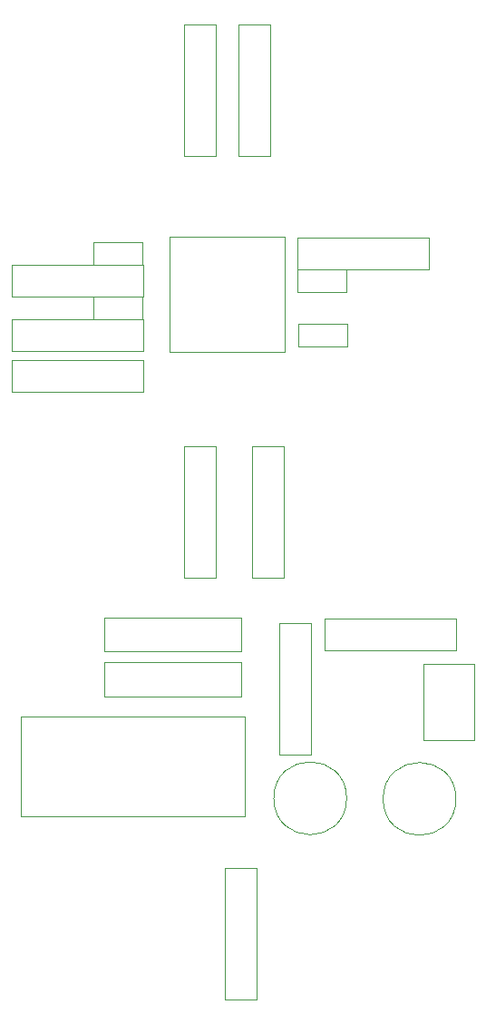
<source format=gbr>
%TF.GenerationSoftware,KiCad,Pcbnew,(5.1.9)-1*%
%TF.CreationDate,2021-08-22T20:59:49+01:00*%
%TF.ProjectId,KOSMOS Simple Mixer,4b4f534d-4f53-4205-9369-6d706c65204d,rev?*%
%TF.SameCoordinates,Original*%
%TF.FileFunction,Other,User*%
%FSLAX46Y46*%
G04 Gerber Fmt 4.6, Leading zero omitted, Abs format (unit mm)*
G04 Created by KiCad (PCBNEW (5.1.9)-1) date 2021-08-22 20:59:49*
%MOMM*%
%LPD*%
G01*
G04 APERTURE LIST*
%ADD10C,0.050000*%
G04 APERTURE END LIST*
D10*
%TO.C,C1*%
X47210000Y-55660000D02*
X47210000Y-53560000D01*
X47210000Y-53560000D02*
X51810000Y-53560000D01*
X51810000Y-53560000D02*
X51810000Y-55660000D01*
X51810000Y-55660000D02*
X47210000Y-55660000D01*
%TO.C,C2*%
X28160000Y-58200000D02*
X28160000Y-56100000D01*
X28160000Y-56100000D02*
X32760000Y-56100000D01*
X32760000Y-56100000D02*
X32760000Y-58200000D01*
X32760000Y-58200000D02*
X28160000Y-58200000D01*
%TO.C,C3*%
X51800000Y-102930000D02*
G75*
G03*
X51800000Y-102930000I-3400000J0D01*
G01*
%TO.C,C4*%
X62010000Y-102990000D02*
G75*
G03*
X62010000Y-102990000I-3400000J0D01*
G01*
%TO.C,C5*%
X32760000Y-53120000D02*
X28160000Y-53120000D01*
X32760000Y-51020000D02*
X32760000Y-53120000D01*
X28160000Y-51020000D02*
X32760000Y-51020000D01*
X28160000Y-53120000D02*
X28160000Y-51020000D01*
%TO.C,C6*%
X47250000Y-58640000D02*
X51850000Y-58640000D01*
X47250000Y-60740000D02*
X47250000Y-58640000D01*
X51850000Y-60740000D02*
X47250000Y-60740000D01*
X51850000Y-58640000D02*
X51850000Y-60740000D01*
%TO.C,D1*%
X29130000Y-90230000D02*
X41990000Y-90230000D01*
X29130000Y-93430000D02*
X29130000Y-90230000D01*
X41990000Y-93430000D02*
X29130000Y-93430000D01*
X41990000Y-90230000D02*
X41990000Y-93430000D01*
%TO.C,D2*%
X29130000Y-89230000D02*
X29130000Y-86030000D01*
X29130000Y-86030000D02*
X41990000Y-86030000D01*
X41990000Y-86030000D02*
X41990000Y-89230000D01*
X41990000Y-89230000D02*
X29130000Y-89230000D01*
%TO.C,J2*%
X21400000Y-95280000D02*
X21400000Y-104640000D01*
X42260000Y-95280000D02*
X21400000Y-95280000D01*
X42260000Y-104640000D02*
X42260000Y-95280000D01*
X21400000Y-104640000D02*
X42260000Y-104640000D01*
%TO.C,Q1*%
X63690000Y-97530000D02*
X63690000Y-90430000D01*
X63690000Y-97530000D02*
X58950000Y-97530000D01*
X58950000Y-90430000D02*
X63690000Y-90430000D01*
X58950000Y-90430000D02*
X58950000Y-97530000D01*
%TO.C,R1*%
X39600000Y-42960000D02*
X36600000Y-42960000D01*
X36600000Y-42960000D02*
X36600000Y-30700000D01*
X36600000Y-30700000D02*
X39600000Y-30700000D01*
X39600000Y-30700000D02*
X39600000Y-42960000D01*
%TO.C,R2*%
X44680000Y-42960000D02*
X41680000Y-42960000D01*
X41680000Y-42960000D02*
X41680000Y-30700000D01*
X41680000Y-30700000D02*
X44680000Y-30700000D01*
X44680000Y-30700000D02*
X44680000Y-42960000D01*
%TO.C,R3*%
X36600000Y-82330000D02*
X36600000Y-70070000D01*
X39600000Y-82330000D02*
X36600000Y-82330000D01*
X39600000Y-70070000D02*
X39600000Y-82330000D01*
X36600000Y-70070000D02*
X39600000Y-70070000D01*
%TO.C,R4*%
X42950000Y-82330000D02*
X42950000Y-70070000D01*
X45950000Y-82330000D02*
X42950000Y-82330000D01*
X45950000Y-70070000D02*
X45950000Y-82330000D01*
X42950000Y-70070000D02*
X45950000Y-70070000D01*
%TO.C,R5*%
X40410000Y-109440000D02*
X43410000Y-109440000D01*
X43410000Y-109440000D02*
X43410000Y-121700000D01*
X43410000Y-121700000D02*
X40410000Y-121700000D01*
X40410000Y-121700000D02*
X40410000Y-109440000D01*
%TO.C,R6*%
X62010000Y-86130000D02*
X62010000Y-89130000D01*
X62010000Y-89130000D02*
X49750000Y-89130000D01*
X49750000Y-89130000D02*
X49750000Y-86130000D01*
X49750000Y-86130000D02*
X62010000Y-86130000D01*
%TO.C,R7*%
X59470000Y-53570000D02*
X47210000Y-53570000D01*
X59470000Y-50570000D02*
X59470000Y-53570000D01*
X47210000Y-50570000D02*
X59470000Y-50570000D01*
X47210000Y-53570000D02*
X47210000Y-50570000D01*
%TO.C,R8*%
X32800000Y-62000000D02*
X32800000Y-65000000D01*
X32800000Y-65000000D02*
X20540000Y-65000000D01*
X20540000Y-65000000D02*
X20540000Y-62000000D01*
X20540000Y-62000000D02*
X32800000Y-62000000D01*
%TO.C,R9*%
X32800000Y-61190000D02*
X20540000Y-61190000D01*
X32800000Y-58190000D02*
X32800000Y-61190000D01*
X20540000Y-58190000D02*
X32800000Y-58190000D01*
X20540000Y-61190000D02*
X20540000Y-58190000D01*
%TO.C,R10*%
X20540000Y-56110000D02*
X20540000Y-53110000D01*
X20540000Y-53110000D02*
X32800000Y-53110000D01*
X32800000Y-53110000D02*
X32800000Y-56110000D01*
X32800000Y-56110000D02*
X20540000Y-56110000D01*
%TO.C,R11*%
X45490000Y-98840000D02*
X45490000Y-86580000D01*
X48490000Y-98840000D02*
X45490000Y-98840000D01*
X48490000Y-86580000D02*
X48490000Y-98840000D01*
X45490000Y-86580000D02*
X48490000Y-86580000D01*
%TO.C,U1*%
X46000000Y-50470000D02*
X46000000Y-61270000D01*
X46000000Y-61270000D02*
X35300000Y-61270000D01*
X35300000Y-61270000D02*
X35300000Y-50470000D01*
X35300000Y-50470000D02*
X46000000Y-50470000D01*
%TD*%
M02*

</source>
